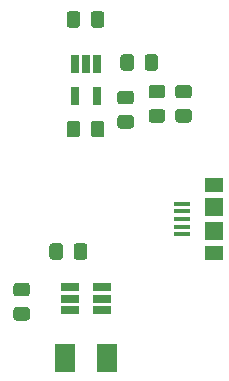
<source format=gbr>
%TF.GenerationSoftware,KiCad,Pcbnew,5.1.6*%
%TF.CreationDate,2020-05-18T18:09:20+02:00*%
%TF.ProjectId,solder-snorter,736f6c64-6572-42d7-936e-6f727465722e,rev?*%
%TF.SameCoordinates,Original*%
%TF.FileFunction,Paste,Top*%
%TF.FilePolarity,Positive*%
%FSLAX46Y46*%
G04 Gerber Fmt 4.6, Leading zero omitted, Abs format (unit mm)*
G04 Created by KiCad (PCBNEW 5.1.6) date 2020-05-18 18:09:20*
%MOMM*%
%LPD*%
G01*
G04 APERTURE LIST*
%ADD10R,1.550000X1.200000*%
%ADD11R,1.550000X1.500000*%
%ADD12R,1.350000X0.400000*%
%ADD13R,1.800000X2.400000*%
%ADD14R,0.650000X1.560000*%
%ADD15R,1.560000X0.650000*%
G04 APERTURE END LIST*
D10*
%TO.C,J1*%
X165100000Y-118400000D03*
X165100000Y-112600000D03*
D11*
X165100000Y-116500000D03*
X165100000Y-114500000D03*
D12*
X162400000Y-116800000D03*
X162400000Y-116150000D03*
X162400000Y-114200000D03*
X162400000Y-114850000D03*
X162400000Y-115500000D03*
%TD*%
%TO.C,C1*%
G36*
G01*
X152600000Y-108350001D02*
X152600000Y-107449999D01*
G75*
G02*
X152849999Y-107200000I249999J0D01*
G01*
X153500001Y-107200000D01*
G75*
G02*
X153750000Y-107449999I0J-249999D01*
G01*
X153750000Y-108350001D01*
G75*
G02*
X153500001Y-108600000I-249999J0D01*
G01*
X152849999Y-108600000D01*
G75*
G02*
X152600000Y-108350001I0J249999D01*
G01*
G37*
G36*
G01*
X154650000Y-108350001D02*
X154650000Y-107449999D01*
G75*
G02*
X154899999Y-107200000I249999J0D01*
G01*
X155550001Y-107200000D01*
G75*
G02*
X155800000Y-107449999I0J-249999D01*
G01*
X155800000Y-108350001D01*
G75*
G02*
X155550001Y-108600000I-249999J0D01*
G01*
X154899999Y-108600000D01*
G75*
G02*
X154650000Y-108350001I0J249999D01*
G01*
G37*
%TD*%
%TO.C,C2*%
G36*
G01*
X154650000Y-99050001D02*
X154650000Y-98149999D01*
G75*
G02*
X154899999Y-97900000I249999J0D01*
G01*
X155550001Y-97900000D01*
G75*
G02*
X155800000Y-98149999I0J-249999D01*
G01*
X155800000Y-99050001D01*
G75*
G02*
X155550001Y-99300000I-249999J0D01*
G01*
X154899999Y-99300000D01*
G75*
G02*
X154650000Y-99050001I0J249999D01*
G01*
G37*
G36*
G01*
X152600000Y-99050001D02*
X152600000Y-98149999D01*
G75*
G02*
X152849999Y-97900000I249999J0D01*
G01*
X153500001Y-97900000D01*
G75*
G02*
X153750000Y-98149999I0J-249999D01*
G01*
X153750000Y-99050001D01*
G75*
G02*
X153500001Y-99300000I-249999J0D01*
G01*
X152849999Y-99300000D01*
G75*
G02*
X152600000Y-99050001I0J249999D01*
G01*
G37*
%TD*%
%TO.C,C3*%
G36*
G01*
X149250001Y-124100000D02*
X148349999Y-124100000D01*
G75*
G02*
X148100000Y-123850001I0J249999D01*
G01*
X148100000Y-123199999D01*
G75*
G02*
X148349999Y-122950000I249999J0D01*
G01*
X149250001Y-122950000D01*
G75*
G02*
X149500000Y-123199999I0J-249999D01*
G01*
X149500000Y-123850001D01*
G75*
G02*
X149250001Y-124100000I-249999J0D01*
G01*
G37*
G36*
G01*
X149250001Y-122050000D02*
X148349999Y-122050000D01*
G75*
G02*
X148100000Y-121800001I0J249999D01*
G01*
X148100000Y-121149999D01*
G75*
G02*
X148349999Y-120900000I249999J0D01*
G01*
X149250001Y-120900000D01*
G75*
G02*
X149500000Y-121149999I0J-249999D01*
G01*
X149500000Y-121800001D01*
G75*
G02*
X149250001Y-122050000I-249999J0D01*
G01*
G37*
%TD*%
%TO.C,C4*%
G36*
G01*
X153200000Y-118700001D02*
X153200000Y-117799999D01*
G75*
G02*
X153449999Y-117550000I249999J0D01*
G01*
X154100001Y-117550000D01*
G75*
G02*
X154350000Y-117799999I0J-249999D01*
G01*
X154350000Y-118700001D01*
G75*
G02*
X154100001Y-118950000I-249999J0D01*
G01*
X153449999Y-118950000D01*
G75*
G02*
X153200000Y-118700001I0J249999D01*
G01*
G37*
G36*
G01*
X151150000Y-118700001D02*
X151150000Y-117799999D01*
G75*
G02*
X151399999Y-117550000I249999J0D01*
G01*
X152050001Y-117550000D01*
G75*
G02*
X152300000Y-117799999I0J-249999D01*
G01*
X152300000Y-118700001D01*
G75*
G02*
X152050001Y-118950000I-249999J0D01*
G01*
X151399999Y-118950000D01*
G75*
G02*
X151150000Y-118700001I0J249999D01*
G01*
G37*
%TD*%
%TO.C,D1*%
G36*
G01*
X159799999Y-104150000D02*
X160700001Y-104150000D01*
G75*
G02*
X160950000Y-104399999I0J-249999D01*
G01*
X160950000Y-105050001D01*
G75*
G02*
X160700001Y-105300000I-249999J0D01*
G01*
X159799999Y-105300000D01*
G75*
G02*
X159550000Y-105050001I0J249999D01*
G01*
X159550000Y-104399999D01*
G75*
G02*
X159799999Y-104150000I249999J0D01*
G01*
G37*
G36*
G01*
X159799999Y-106200000D02*
X160700001Y-106200000D01*
G75*
G02*
X160950000Y-106449999I0J-249999D01*
G01*
X160950000Y-107100001D01*
G75*
G02*
X160700001Y-107350000I-249999J0D01*
G01*
X159799999Y-107350000D01*
G75*
G02*
X159550000Y-107100001I0J249999D01*
G01*
X159550000Y-106449999D01*
G75*
G02*
X159799999Y-106200000I249999J0D01*
G01*
G37*
%TD*%
%TO.C,D2*%
G36*
G01*
X162950001Y-105300000D02*
X162049999Y-105300000D01*
G75*
G02*
X161800000Y-105050001I0J249999D01*
G01*
X161800000Y-104399999D01*
G75*
G02*
X162049999Y-104150000I249999J0D01*
G01*
X162950001Y-104150000D01*
G75*
G02*
X163200000Y-104399999I0J-249999D01*
G01*
X163200000Y-105050001D01*
G75*
G02*
X162950001Y-105300000I-249999J0D01*
G01*
G37*
G36*
G01*
X162950001Y-107350000D02*
X162049999Y-107350000D01*
G75*
G02*
X161800000Y-107100001I0J249999D01*
G01*
X161800000Y-106449999D01*
G75*
G02*
X162049999Y-106200000I249999J0D01*
G01*
X162950001Y-106200000D01*
G75*
G02*
X163200000Y-106449999I0J-249999D01*
G01*
X163200000Y-107100001D01*
G75*
G02*
X162950001Y-107350000I-249999J0D01*
G01*
G37*
%TD*%
D13*
%TO.C,L1*%
X152450000Y-127250000D03*
X156050000Y-127250000D03*
%TD*%
%TO.C,R1*%
G36*
G01*
X159200000Y-102700001D02*
X159200000Y-101799999D01*
G75*
G02*
X159449999Y-101550000I249999J0D01*
G01*
X160100001Y-101550000D01*
G75*
G02*
X160350000Y-101799999I0J-249999D01*
G01*
X160350000Y-102700001D01*
G75*
G02*
X160100001Y-102950000I-249999J0D01*
G01*
X159449999Y-102950000D01*
G75*
G02*
X159200000Y-102700001I0J249999D01*
G01*
G37*
G36*
G01*
X157150000Y-102700001D02*
X157150000Y-101799999D01*
G75*
G02*
X157399999Y-101550000I249999J0D01*
G01*
X158050001Y-101550000D01*
G75*
G02*
X158300000Y-101799999I0J-249999D01*
G01*
X158300000Y-102700001D01*
G75*
G02*
X158050001Y-102950000I-249999J0D01*
G01*
X157399999Y-102950000D01*
G75*
G02*
X157150000Y-102700001I0J249999D01*
G01*
G37*
%TD*%
%TO.C,R2*%
G36*
G01*
X157149999Y-104650000D02*
X158050001Y-104650000D01*
G75*
G02*
X158300000Y-104899999I0J-249999D01*
G01*
X158300000Y-105550001D01*
G75*
G02*
X158050001Y-105800000I-249999J0D01*
G01*
X157149999Y-105800000D01*
G75*
G02*
X156900000Y-105550001I0J249999D01*
G01*
X156900000Y-104899999D01*
G75*
G02*
X157149999Y-104650000I249999J0D01*
G01*
G37*
G36*
G01*
X157149999Y-106700000D02*
X158050001Y-106700000D01*
G75*
G02*
X158300000Y-106949999I0J-249999D01*
G01*
X158300000Y-107600001D01*
G75*
G02*
X158050001Y-107850000I-249999J0D01*
G01*
X157149999Y-107850000D01*
G75*
G02*
X156900000Y-107600001I0J249999D01*
G01*
X156900000Y-106949999D01*
G75*
G02*
X157149999Y-106700000I249999J0D01*
G01*
G37*
%TD*%
D14*
%TO.C,U1*%
X155200000Y-102400000D03*
X154250000Y-102400000D03*
X153300000Y-102400000D03*
X153300000Y-105100000D03*
X155200000Y-105100000D03*
%TD*%
D15*
%TO.C,U2*%
X155600000Y-123200000D03*
X155600000Y-122250000D03*
X155600000Y-121300000D03*
X152900000Y-121300000D03*
X152900000Y-123200000D03*
X152900000Y-122250000D03*
%TD*%
M02*

</source>
